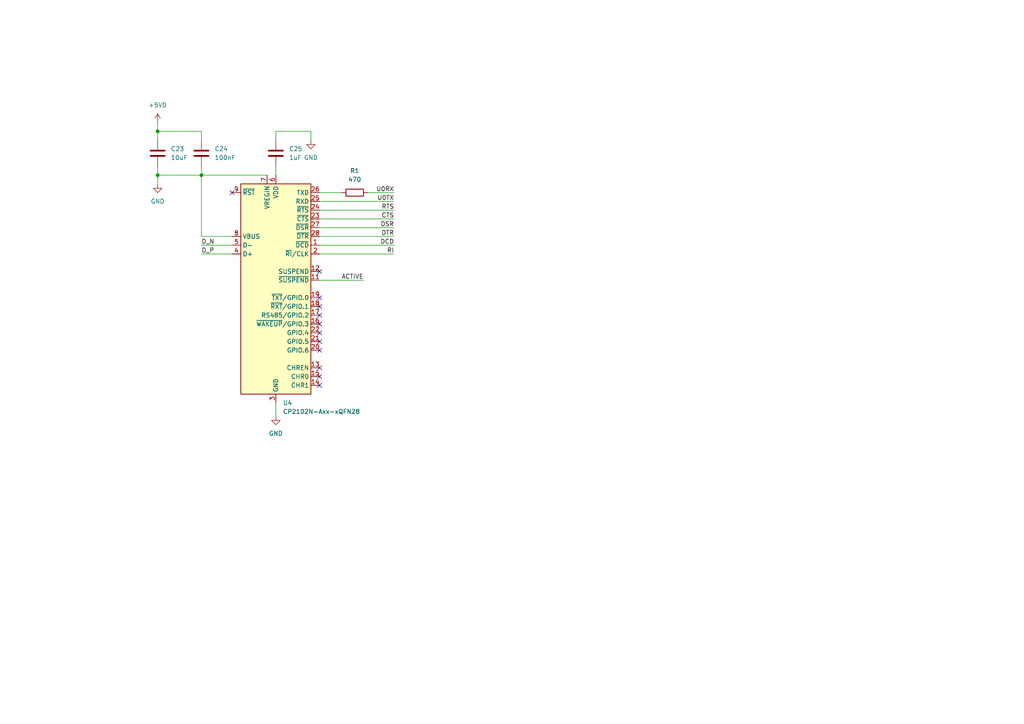
<source format=kicad_sch>
(kicad_sch (version 20211123) (generator eeschema)
  (paper "A4")
  (lib_symbols
    (symbol "Device:C" (pin_numbers hide) (pin_names (offset 0.254))
      (property "Reference" "C" (at 0.635 2.54 0))
      (property "Value" "C" (at 0.635 -2.54 0))
      (symbol "C_0_1"
        (polyline (pts (xy -2.032 -0.762) (xy 2.032 -0.762)) (stroke (width 0.508)))
        (polyline (pts (xy -2.032 0.762) (xy 2.032 0.762)) (stroke (width 0.508)))
      )
      (symbol "C_1_1"
        (pin passive line (at 0 3.81 270) (length 2.794) (name "~") (number "1"))
        (pin passive line (at 0 -3.81 90) (length 2.794) (name "~") (number "2"))
      )
    )
    (symbol "Device:R" (pin_numbers hide) (pin_names (offset 0))
      (property "Reference" "R" (at 2.032 0 90))
      (property "Value" "R" (at 0 0 90))
      (symbol "R_0_1"
        (rectangle (start -1.016 -2.54) (end 1.016 2.54) (stroke (width 0.254)))
      )
      (symbol "R_1_1"
        (pin passive line (at 0 3.81 270) (length 1.27) (name "~") (number "1"))
        (pin passive line (at 0 -3.81 90) (length 1.27) (name "~") (number "2"))
      )
    )
    (symbol "Interface_USB:CP2102N-Axx-xQFN28"
      (property "Reference" "U" (at -8.89 31.75 0))
      (property "Value" "CP2102N-Axx-xQFN28" (at 12.7 31.75 0))
      (symbol "CP2102N-Axx-xQFN28_0_1"
        (rectangle (start -10.16 30.48) (end 10.16 -30.48) (stroke (width 0.254)) (fill (type background)))
      )
      (symbol "CP2102N-Axx-xQFN28_1_1"
        (pin input line (at 12.7 12.7 180) (length 2.54) (name "~{DCD}") (number "1"))
        (pin no_connect line (at -10.16 -27.94 0) (length 2.54) hide (name "NC") (number "10"))
        (pin output line (at 12.7 2.54 180) (length 2.54) (name "~{SUSPEND}") (number "11"))
        (pin output line (at 12.7 5.08 180) (length 2.54) (name "SUSPEND") (number "12"))
        (pin output line (at 12.7 -22.86 180) (length 2.54) (name "CHREN") (number "13"))
        (pin output line (at 12.7 -27.94 180) (length 2.54) (name "CHR1") (number "14"))
        (pin output line (at 12.7 -25.4 180) (length 2.54) (name "CHR0") (number "15"))
        (pin bidirectional line (at 12.7 -10.16 180) (length 2.54) (name "~{WAKEUP}/GPIO.3") (number "16"))
        (pin bidirectional line (at 12.7 -7.62 180) (length 2.54) (name "RS485/GPIO.2") (number "17"))
        (pin bidirectional line (at 12.7 -5.08 180) (length 2.54) (name "~{RXT}/GPIO.1") (number "18"))
        (pin bidirectional line (at 12.7 -2.54 180) (length 2.54) (name "~{TXT}/GPIO.0") (number "19"))
        (pin bidirectional line (at 12.7 10.16 180) (length 2.54) (name "~{RI}/CLK") (number "2"))
        (pin bidirectional line (at 12.7 -17.78 180) (length 2.54) (name "GPIO.6") (number "20"))
        (pin bidirectional line (at 12.7 -15.24 180) (length 2.54) (name "GPIO.5") (number "21"))
        (pin bidirectional line (at 12.7 -12.7 180) (length 2.54) (name "GPIO.4") (number "22"))
        (pin input line (at 12.7 20.32 180) (length 2.54) (name "~{CTS}") (number "23"))
        (pin output line (at 12.7 22.86 180) (length 2.54) (name "~{RTS}") (number "24"))
        (pin input line (at 12.7 25.4 180) (length 2.54) (name "RXD") (number "25"))
        (pin output line (at 12.7 27.94 180) (length 2.54) (name "TXD") (number "26"))
        (pin input line (at 12.7 17.78 180) (length 2.54) (name "~{DSR}") (number "27"))
        (pin output line (at 12.7 15.24 180) (length 2.54) (name "~{DTR}") (number "28"))
        (pin passive line (at 0 -33.02 90) (length 2.54) hide (name "GND") (number "29"))
        (pin power_in line (at 0 -33.02 90) (length 2.54) (name "GND") (number "3"))
        (pin bidirectional line (at -12.7 10.16 0) (length 2.54) (name "D+") (number "4"))
        (pin bidirectional line (at -12.7 12.7 0) (length 2.54) (name "D-") (number "5"))
        (pin power_in line (at 0 33.02 270) (length 2.54) (name "VDD") (number "6"))
        (pin power_in line (at -2.54 33.02 270) (length 2.54) (name "VREGIN") (number "7"))
        (pin input line (at -12.7 15.24 0) (length 2.54) (name "VBUS") (number "8"))
        (pin input line (at -12.7 27.94 0) (length 2.54) (name "~{RST}") (number "9"))
      )
    )
    (symbol "power:+5VD" (power) (pin_names (offset 0))
      (property "Value" "+5VD" (at 0 3.556 0))
      (symbol "+5VD_0_1"
        (polyline (pts (xy -0.762 1.27) (xy 0 2.54)))
        (polyline (pts (xy 0 0) (xy 0 2.54)))
        (polyline (pts (xy 0 2.54) (xy 0.762 1.27)))
      )
      (symbol "+5VD_1_1"
        (pin power_in line (at 0 0 90) (length 0) hide (name "+5VD") (number "1"))
      )
    )
    (symbol "power:GND" (power) (pin_names (offset 0))
      (property "Value" "GND" (at 0 -3.81 0))
      (symbol "GND_0_1"
        (polyline (pts (xy 0 0) (xy 0 -1.27) (xy 1.27 -1.27) (xy 0 -2.54) (xy -1.27 -1.27) (xy 0 -1.27)))
      )
      (symbol "GND_1_1"
        (pin power_in line (at 0 0 270) (length 0) hide (name "GND") (number "1"))
      )
    )
  )
  (junction (at 45.72 38.1))
  (junction (at 58.42 50.8))
  (junction (at 45.72 50.8))
  (no_connect (at 92.71 109.22))
  (no_connect (at 92.71 93.98))
  (no_connect (at 92.71 99.06))
  (no_connect (at 92.71 91.44))
  (no_connect (at 92.71 88.9))
  (no_connect (at 92.71 96.52))
  (no_connect (at 92.71 101.6))
  (no_connect (at 92.71 86.36))
  (no_connect (at 92.71 106.68))
  (no_connect (at 92.71 111.76))
  (no_connect (at 92.71 78.74))
  (no_connect (at 67.31 55.88))
  (wire (pts (xy 92.71 81.28) (xy 105.41 81.28)))
  (wire (pts (xy 58.42 73.66) (xy 67.31 73.66)))
  (wire (pts (xy 45.72 40.64) (xy 45.72 38.1)))
  (wire (pts (xy 92.71 68.58) (xy 114.3 68.58)))
  (wire (pts (xy 90.17 38.1) (xy 90.17 40.64)))
  (wire (pts (xy 58.42 50.8) (xy 58.42 68.58)))
  (wire (pts (xy 92.71 55.88) (xy 99.06 55.88)))
  (wire (pts (xy 92.71 60.96) (xy 114.3 60.96)))
  (wire (pts (xy 80.01 48.26) (xy 80.01 50.8)))
  (wire (pts (xy 80.01 116.84) (xy 80.01 120.65)))
  (wire (pts (xy 92.71 73.66) (xy 114.3 73.66)))
  (wire (pts (xy 58.42 38.1) (xy 58.42 40.64)))
  (wire (pts (xy 92.71 58.42) (xy 114.3 58.42)))
  (wire (pts (xy 92.71 66.04) (xy 114.3 66.04)))
  (wire (pts (xy 45.72 38.1) (xy 58.42 38.1)))
  (wire (pts (xy 80.01 38.1) (xy 90.17 38.1)))
  (wire (pts (xy 45.72 50.8) (xy 45.72 53.34)))
  (wire (pts (xy 45.72 35.56) (xy 45.72 38.1)))
  (wire (pts (xy 106.68 55.88) (xy 114.3 55.88)))
  (wire (pts (xy 58.42 68.58) (xy 67.31 68.58)))
  (wire (pts (xy 45.72 50.8) (xy 45.72 48.26)))
  (wire (pts (xy 80.01 40.64) (xy 80.01 38.1)))
  (wire (pts (xy 92.71 63.5) (xy 114.3 63.5)))
  (wire (pts (xy 58.42 71.12) (xy 67.31 71.12)))
  (wire (pts (xy 58.42 48.26) (xy 58.42 50.8)))
  (wire (pts (xy 58.42 50.8) (xy 45.72 50.8)))
  (wire (pts (xy 58.42 50.8) (xy 77.47 50.8)))
  (wire (pts (xy 92.71 71.12) (xy 114.3 71.12)))
  (label "U0TX" (at 114.3 58.42 180))
  (label "DCD" (at 114.3 71.12 180))
  (label "D_P" (at 58.42 73.66 0))
  (label "D_N" (at 58.42 71.12 0))
  (label "DTR" (at 114.3 68.58 180))
  (label "DSR" (at 114.3 66.04 180))
  (label "ACTIVE" (at 105.41 81.28 180))
  (label "RTS" (at 114.3 60.96 180))
  (label "RI" (at 114.3 73.66 180))
  (label "U0RX" (at 114.3 55.88 180))
  (label "CTS" (at 114.3 63.5 180))
  (symbol (lib_id "Device:C") (at 58.42 44.45 0) (unit 1)
    (property "Reference" "C24" (at 62.23 43.1799 0) (effects (justify left)))
    (property "Value" "100nF" (at 62.23 45.7199 0) (effects (justify left)))
    (property "Footprint" "Capacitor_SMD:C_0805_2012Metric_Pad1.18x1.45mm_HandSolder" (effects hide))
  )
  (symbol (lib_id "Device:C") (at 45.72 44.45 0) (unit 1)
    (property "Reference" "C23" (at 49.53 43.1799 0) (effects (justify left)))
    (property "Value" "10uF" (at 49.53 45.7199 0) (effects (justify left)))
    (property "Footprint" "Capacitor_SMD:C_0805_2012Metric_Pad1.18x1.45mm_HandSolder" (effects hide))
  )
  (symbol (lib_id "Interface_USB:CP2102N-Axx-xQFN28") (at 80.01 83.82 0) (unit 1)
    (property "Reference" "U4" (at 82.0294 116.84 0) (effects (justify left)))
    (property "Value" "CP2102N-Axx-xQFN28" (at 82.0294 119.38 0) (effects (justify left)))
    (property "Footprint" "Package_DFN_QFN:QFN-28-1EP_5x5mm_P0.5mm_EP3.35x3.35mm" (effects hide))
    (property "Datasheet" "https://www.silabs.com/documents/public/data-sheets/cp2102n-datasheet.pdf" (effects hide))
  )
  (symbol (lib_id "power:GND") (at 90.17 40.64 0) (unit 1)
    (property "Reference" "#PWR0105" (effects hide))
    (property "Value" "GND" (at 90.17 45.72 0))
  )
  (symbol (lib_id "power:GND") (at 45.72 53.34 0) (unit 1)
    (property "Reference" "#PWR0104" (effects hide))
    (property "Value" "GND" (at 45.72 58.42 0))
  )
  (symbol (lib_id "Device:R") (at 102.87 55.88 90) (unit 1)
    (property "Reference" "R1" (at 102.87 49.53 90))
    (property "Value" "470" (at 102.87 52.07 90))
  )
  (symbol (lib_id "power:GND") (at 80.01 120.65 0) (unit 1)
    (property "Reference" "#PWR0103" (effects hide))
    (property "Value" "GND" (at 80.01 125.73 0))
  )
  (symbol (lib_id "Device:C") (at 80.01 44.45 0) (unit 1)
    (property "Reference" "C25" (at 83.82 43.1799 0) (effects (justify left)))
    (property "Value" "1uF" (at 83.82 45.7199 0) (effects (justify left)))
    (property "Footprint" "Capacitor_SMD:C_0805_2012Metric_Pad1.18x1.45mm_HandSolder" (effects hide))
  )
  (symbol (lib_id "power:+5VD") (at 45.72 35.56 0) (unit 1)
    (property "Reference" "#PWR0106" (effects hide))
    (property "Value" "+5VD" (at 45.72 30.48 0))
  )
)
</source>
